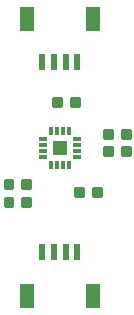
<source format=gbr>
G04 EAGLE Gerber RS-274X export*
G75*
%MOMM*%
%FSLAX34Y34*%
%LPD*%
%AMOC8*
5,1,8,0,0,1.08239X$1,22.5*%
G01*
%ADD10C,0.222250*%
%ADD11R,0.600000X1.350000*%
%ADD12R,1.200000X2.000000*%
%ADD13R,1.200000X1.200000*%
%ADD14R,0.800000X0.300000*%
%ADD15R,0.300000X0.800000*%


D10*
X136676Y182514D02*
X143344Y182514D01*
X143344Y175846D01*
X136676Y175846D01*
X136676Y182514D01*
X136676Y177958D02*
X143344Y177958D01*
X143344Y180070D02*
X136676Y180070D01*
X136676Y182182D02*
X143344Y182182D01*
X128104Y182514D02*
X121436Y182514D01*
X128104Y182514D02*
X128104Y175846D01*
X121436Y175846D01*
X121436Y182514D01*
X121436Y177958D02*
X128104Y177958D01*
X128104Y180070D02*
X121436Y180070D01*
X121436Y182182D02*
X128104Y182182D01*
X155416Y106044D02*
X162084Y106044D01*
X162084Y99376D01*
X155416Y99376D01*
X155416Y106044D01*
X155416Y101488D02*
X162084Y101488D01*
X162084Y103600D02*
X155416Y103600D01*
X155416Y105712D02*
X162084Y105712D01*
X146844Y106044D02*
X140176Y106044D01*
X146844Y106044D02*
X146844Y99376D01*
X140176Y99376D01*
X140176Y106044D01*
X140176Y101488D02*
X146844Y101488D01*
X146844Y103600D02*
X140176Y103600D01*
X140176Y105712D02*
X146844Y105712D01*
D11*
X142000Y213000D03*
X132000Y213000D03*
X122000Y213000D03*
X112000Y213000D03*
D12*
X99000Y249750D03*
X155000Y249750D03*
D11*
X112000Y52000D03*
X122000Y52000D03*
X132000Y52000D03*
X142000Y52000D03*
D12*
X155000Y15250D03*
X99000Y15250D03*
D10*
X80232Y106234D02*
X80232Y112902D01*
X86900Y112902D01*
X86900Y106234D01*
X80232Y106234D01*
X80232Y108346D02*
X86900Y108346D01*
X86900Y110458D02*
X80232Y110458D01*
X80232Y112570D02*
X86900Y112570D01*
X80232Y97662D02*
X80232Y90994D01*
X80232Y97662D02*
X86900Y97662D01*
X86900Y90994D01*
X80232Y90994D01*
X80232Y93106D02*
X86900Y93106D01*
X86900Y95218D02*
X80232Y95218D01*
X80232Y97330D02*
X86900Y97330D01*
X94964Y106234D02*
X94964Y112902D01*
X101632Y112902D01*
X101632Y106234D01*
X94964Y106234D01*
X94964Y108346D02*
X101632Y108346D01*
X101632Y110458D02*
X94964Y110458D01*
X94964Y112570D02*
X101632Y112570D01*
X94964Y97662D02*
X94964Y90994D01*
X94964Y97662D02*
X101632Y97662D01*
X101632Y90994D01*
X94964Y90994D01*
X94964Y93106D02*
X101632Y93106D01*
X101632Y95218D02*
X94964Y95218D01*
X94964Y97330D02*
X101632Y97330D01*
X179546Y140842D02*
X186214Y140842D01*
X186214Y134174D01*
X179546Y134174D01*
X179546Y140842D01*
X179546Y136286D02*
X186214Y136286D01*
X186214Y138398D02*
X179546Y138398D01*
X179546Y140510D02*
X186214Y140510D01*
X170974Y140842D02*
X164306Y140842D01*
X170974Y140842D02*
X170974Y134174D01*
X164306Y134174D01*
X164306Y140842D01*
X164306Y136286D02*
X170974Y136286D01*
X170974Y138398D02*
X164306Y138398D01*
X164306Y140510D02*
X170974Y140510D01*
X179546Y155828D02*
X186214Y155828D01*
X186214Y149160D01*
X179546Y149160D01*
X179546Y155828D01*
X179546Y151272D02*
X186214Y151272D01*
X186214Y153384D02*
X179546Y153384D01*
X179546Y155496D02*
X186214Y155496D01*
X170974Y155828D02*
X164306Y155828D01*
X170974Y155828D02*
X170974Y149160D01*
X164306Y149160D01*
X164306Y155828D01*
X164306Y151272D02*
X170974Y151272D01*
X170974Y153384D02*
X164306Y153384D01*
X164306Y155496D02*
X170974Y155496D01*
D13*
X127000Y140000D03*
D14*
X112750Y147500D03*
X112750Y142500D03*
X112750Y137500D03*
X112750Y132500D03*
D15*
X119500Y125750D03*
X124500Y125750D03*
X129500Y125750D03*
X134500Y125750D03*
D14*
X141250Y132500D03*
X141250Y137500D03*
X141250Y142500D03*
X141250Y147500D03*
D15*
X134500Y154250D03*
X129500Y154250D03*
X124500Y154250D03*
X119500Y154250D03*
M02*

</source>
